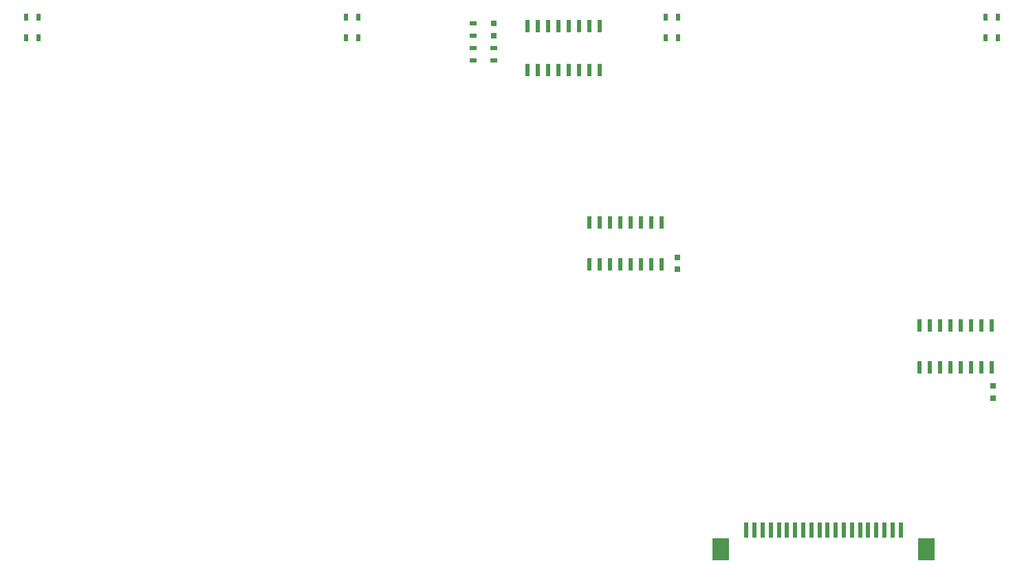
<source format=gbr>
G04 #@! TF.FileFunction,Paste,Top*
%FSLAX46Y46*%
G04 Gerber Fmt 4.6, Leading zero omitted, Abs format (unit mm)*
G04 Created by KiCad (PCBNEW 4.0.4-stable) date 08/15/17 17:17:09*
%MOMM*%
%LPD*%
G01*
G04 APERTURE LIST*
%ADD10C,0.100000*%
%ADD11R,0.750000X0.800000*%
%ADD12R,0.600000X1.500000*%
%ADD13R,0.600000X1.900000*%
%ADD14R,2.100000X2.800000*%
%ADD15R,0.900000X0.500000*%
%ADD16R,0.500000X0.900000*%
%ADD17R,0.550000X1.500000*%
G04 APERTURE END LIST*
D10*
D11*
X123952000Y12942000D03*
X123952000Y11442000D03*
D12*
X123825000Y15180000D03*
X123825000Y20380000D03*
X122555000Y15180000D03*
X122555000Y20380000D03*
X121285000Y15180000D03*
X121285000Y20380000D03*
X120015000Y15180000D03*
X120015000Y20380000D03*
X118745000Y15180000D03*
X118745000Y20380000D03*
X117475000Y15180000D03*
X117475000Y20380000D03*
X116205000Y15180000D03*
X116205000Y20380000D03*
X114935000Y15180000D03*
X114935000Y20380000D03*
D13*
X93600000Y-4826000D03*
X94600000Y-4826000D03*
X95600000Y-4826000D03*
X96600000Y-4826000D03*
X97600000Y-4826000D03*
X98600000Y-4826000D03*
X99600000Y-4826000D03*
X100600000Y-4826000D03*
X101600000Y-4826000D03*
X102600000Y-4826000D03*
X103600000Y-4826000D03*
X104600000Y-4826000D03*
X105600000Y-4826000D03*
X106600000Y-4826000D03*
X107600000Y-4826000D03*
X108600000Y-4826000D03*
D14*
X115750000Y-7176000D03*
X90450000Y-7176000D03*
D13*
X109600000Y-4826000D03*
X110600000Y-4826000D03*
X111600000Y-4826000D03*
X112600000Y-4826000D03*
D11*
X85090000Y28805000D03*
X85090000Y27305000D03*
X62484000Y56146000D03*
X62484000Y57646000D03*
D15*
X59944000Y54598000D03*
X59944000Y53098000D03*
D16*
X6465000Y55880000D03*
X4965000Y55880000D03*
X45835000Y55880000D03*
X44335000Y55880000D03*
X85205000Y55880000D03*
X83705000Y55880000D03*
X124575000Y55880000D03*
X123075000Y55880000D03*
D15*
X59944000Y56146000D03*
X59944000Y57646000D03*
D16*
X6465000Y58420000D03*
X4965000Y58420000D03*
X45835000Y58420000D03*
X44335000Y58420000D03*
X85205000Y58420000D03*
X83705000Y58420000D03*
X124575000Y58420000D03*
X123075000Y58420000D03*
D15*
X62484000Y54598000D03*
X62484000Y53098000D03*
D12*
X83185000Y27880000D03*
X83185000Y33080000D03*
X81915000Y27880000D03*
X81915000Y33080000D03*
X80645000Y27880000D03*
X80645000Y33080000D03*
X79375000Y27880000D03*
X79375000Y33080000D03*
X78105000Y27880000D03*
X78105000Y33080000D03*
X76835000Y27880000D03*
X76835000Y33080000D03*
X75565000Y27880000D03*
X75565000Y33080000D03*
X74295000Y27880000D03*
X74295000Y33080000D03*
D17*
X66675000Y57310000D03*
X66675000Y51910000D03*
X67945000Y57310000D03*
X67945000Y51910000D03*
X69215000Y57310000D03*
X69215000Y51910000D03*
X70485000Y57310000D03*
X70485000Y51910000D03*
X71755000Y57310000D03*
X71755000Y51910000D03*
X73025000Y57310000D03*
X73025000Y51910000D03*
X74295000Y57310000D03*
X74295000Y51910000D03*
X75565000Y57310000D03*
X75565000Y51910000D03*
M02*

</source>
